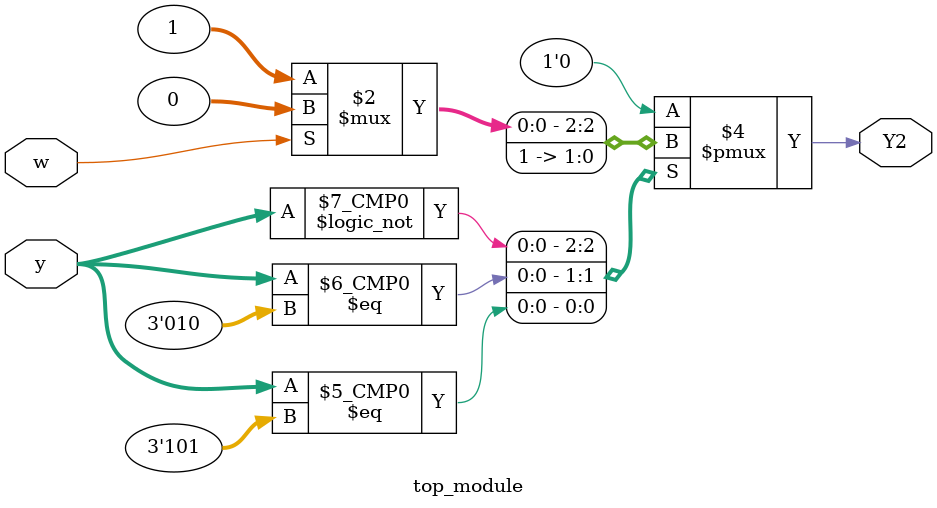
<source format=sv>
module top_module(
    input [3:1] y,
    input w,
    output reg Y2);

    always @(*) begin
        case (y)
            // Next state logic for Y2
            3'b000: Y2 = (w) ? 0 : 1;
            3'b001: Y2 = 0;
            3'b010: Y2 = 1;
            3'b011: Y2 = 0;
            3'b100: Y2 = 0;
            3'b101: Y2 = 1;
            default: Y2 = 0;
        endcase
    end

endmodule

</source>
